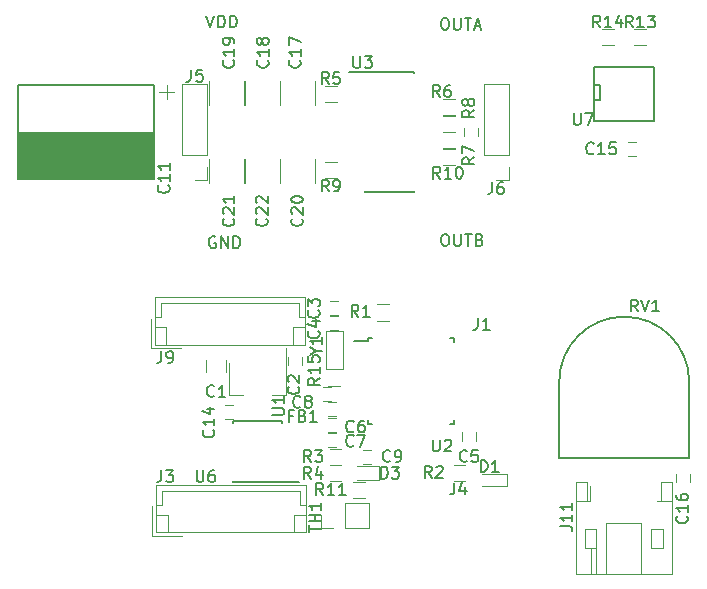
<source format=gto>
G04 #@! TF.GenerationSoftware,KiCad,Pcbnew,(5.1.9)-1*
G04 #@! TF.CreationDate,2021-05-05T15:37:49+09:00*
G04 #@! TF.ProjectId,FreeServoProject,46726565-5365-4727-966f-50726f6a6563,rev?*
G04 #@! TF.SameCoordinates,Original*
G04 #@! TF.FileFunction,Legend,Top*
G04 #@! TF.FilePolarity,Positive*
%FSLAX46Y46*%
G04 Gerber Fmt 4.6, Leading zero omitted, Abs format (unit mm)*
G04 Created by KiCad (PCBNEW (5.1.9)-1) date 2021-05-05 15:37:49*
%MOMM*%
%LPD*%
G01*
G04 APERTURE LIST*
%ADD10C,0.150000*%
%ADD11C,0.120000*%
%ADD12C,0.100000*%
G04 APERTURE END LIST*
D10*
X120138095Y-74900000D02*
X120042857Y-74852380D01*
X119900000Y-74852380D01*
X119757142Y-74900000D01*
X119661904Y-74995238D01*
X119614285Y-75090476D01*
X119566666Y-75280952D01*
X119566666Y-75423809D01*
X119614285Y-75614285D01*
X119661904Y-75709523D01*
X119757142Y-75804761D01*
X119900000Y-75852380D01*
X119995238Y-75852380D01*
X120138095Y-75804761D01*
X120185714Y-75757142D01*
X120185714Y-75423809D01*
X119995238Y-75423809D01*
X120614285Y-75852380D02*
X120614285Y-74852380D01*
X121185714Y-75852380D01*
X121185714Y-74852380D01*
X121661904Y-75852380D02*
X121661904Y-74852380D01*
X121900000Y-74852380D01*
X122042857Y-74900000D01*
X122138095Y-74995238D01*
X122185714Y-75090476D01*
X122233333Y-75280952D01*
X122233333Y-75423809D01*
X122185714Y-75614285D01*
X122138095Y-75709523D01*
X122042857Y-75804761D01*
X121900000Y-75852380D01*
X121661904Y-75852380D01*
X119366666Y-56152380D02*
X119700000Y-57152380D01*
X120033333Y-56152380D01*
X120366666Y-57152380D02*
X120366666Y-56152380D01*
X120604761Y-56152380D01*
X120747619Y-56200000D01*
X120842857Y-56295238D01*
X120890476Y-56390476D01*
X120938095Y-56580952D01*
X120938095Y-56723809D01*
X120890476Y-56914285D01*
X120842857Y-57009523D01*
X120747619Y-57104761D01*
X120604761Y-57152380D01*
X120366666Y-57152380D01*
X121366666Y-57152380D02*
X121366666Y-56152380D01*
X121604761Y-56152380D01*
X121747619Y-56200000D01*
X121842857Y-56295238D01*
X121890476Y-56390476D01*
X121938095Y-56580952D01*
X121938095Y-56723809D01*
X121890476Y-56914285D01*
X121842857Y-57009523D01*
X121747619Y-57104761D01*
X121604761Y-57152380D01*
X121366666Y-57152380D01*
X139500000Y-74652380D02*
X139690476Y-74652380D01*
X139785714Y-74700000D01*
X139880952Y-74795238D01*
X139928571Y-74985714D01*
X139928571Y-75319047D01*
X139880952Y-75509523D01*
X139785714Y-75604761D01*
X139690476Y-75652380D01*
X139500000Y-75652380D01*
X139404761Y-75604761D01*
X139309523Y-75509523D01*
X139261904Y-75319047D01*
X139261904Y-74985714D01*
X139309523Y-74795238D01*
X139404761Y-74700000D01*
X139500000Y-74652380D01*
X140357142Y-74652380D02*
X140357142Y-75461904D01*
X140404761Y-75557142D01*
X140452380Y-75604761D01*
X140547619Y-75652380D01*
X140738095Y-75652380D01*
X140833333Y-75604761D01*
X140880952Y-75557142D01*
X140928571Y-75461904D01*
X140928571Y-74652380D01*
X141261904Y-74652380D02*
X141833333Y-74652380D01*
X141547619Y-75652380D02*
X141547619Y-74652380D01*
X142500000Y-75128571D02*
X142642857Y-75176190D01*
X142690476Y-75223809D01*
X142738095Y-75319047D01*
X142738095Y-75461904D01*
X142690476Y-75557142D01*
X142642857Y-75604761D01*
X142547619Y-75652380D01*
X142166666Y-75652380D01*
X142166666Y-74652380D01*
X142500000Y-74652380D01*
X142595238Y-74700000D01*
X142642857Y-74747619D01*
X142690476Y-74842857D01*
X142690476Y-74938095D01*
X142642857Y-75033333D01*
X142595238Y-75080952D01*
X142500000Y-75128571D01*
X142166666Y-75128571D01*
X139471428Y-56352380D02*
X139661904Y-56352380D01*
X139757142Y-56400000D01*
X139852380Y-56495238D01*
X139900000Y-56685714D01*
X139900000Y-57019047D01*
X139852380Y-57209523D01*
X139757142Y-57304761D01*
X139661904Y-57352380D01*
X139471428Y-57352380D01*
X139376190Y-57304761D01*
X139280952Y-57209523D01*
X139233333Y-57019047D01*
X139233333Y-56685714D01*
X139280952Y-56495238D01*
X139376190Y-56400000D01*
X139471428Y-56352380D01*
X140328571Y-56352380D02*
X140328571Y-57161904D01*
X140376190Y-57257142D01*
X140423809Y-57304761D01*
X140519047Y-57352380D01*
X140709523Y-57352380D01*
X140804761Y-57304761D01*
X140852380Y-57257142D01*
X140900000Y-57161904D01*
X140900000Y-56352380D01*
X141233333Y-56352380D02*
X141804761Y-56352380D01*
X141519047Y-57352380D02*
X141519047Y-56352380D01*
X142090476Y-57066666D02*
X142566666Y-57066666D01*
X141995238Y-57352380D02*
X142328571Y-56352380D01*
X142661904Y-57352380D01*
D11*
X151840000Y-97240000D02*
X151560000Y-97240000D01*
X151560000Y-97240000D02*
X151560000Y-95640000D01*
X151560000Y-95640000D02*
X150640000Y-95640000D01*
X150640000Y-95640000D02*
X150640000Y-103460000D01*
X150640000Y-103460000D02*
X158760000Y-103460000D01*
X158760000Y-103460000D02*
X158760000Y-95640000D01*
X158760000Y-95640000D02*
X157840000Y-95640000D01*
X157840000Y-95640000D02*
X157840000Y-97240000D01*
X157840000Y-97240000D02*
X157560000Y-97240000D01*
X153200000Y-103460000D02*
X153200000Y-99100000D01*
X153200000Y-99100000D02*
X156200000Y-99100000D01*
X156200000Y-99100000D02*
X156200000Y-103460000D01*
X150640000Y-97240000D02*
X151560000Y-97240000D01*
X158760000Y-97240000D02*
X157840000Y-97240000D01*
X151400000Y-99600000D02*
X151400000Y-101200000D01*
X151400000Y-101200000D02*
X152400000Y-101200000D01*
X152400000Y-101200000D02*
X152400000Y-99600000D01*
X152400000Y-99600000D02*
X151400000Y-99600000D01*
X158000000Y-99600000D02*
X158000000Y-101200000D01*
X158000000Y-101200000D02*
X157000000Y-101200000D01*
X157000000Y-101200000D02*
X157000000Y-99600000D01*
X157000000Y-99600000D02*
X158000000Y-99600000D01*
X152400000Y-101200000D02*
X152400000Y-103460000D01*
X151900000Y-101200000D02*
X151900000Y-103460000D01*
X151840000Y-97240000D02*
X151840000Y-96025000D01*
X130900000Y-82900000D02*
X129500000Y-82900000D01*
X129500000Y-82900000D02*
X129500000Y-86100000D01*
X129500000Y-86100000D02*
X130900000Y-86100000D01*
X130900000Y-82900000D02*
X130900000Y-86100000D01*
X114990000Y-79990000D02*
X114990000Y-84010000D01*
X114990000Y-84010000D02*
X127710000Y-84010000D01*
X127710000Y-84010000D02*
X127710000Y-79990000D01*
X127710000Y-79990000D02*
X114990000Y-79990000D01*
X114990000Y-81700000D02*
X115490000Y-81700000D01*
X115490000Y-81700000D02*
X115490000Y-80490000D01*
X115490000Y-80490000D02*
X127210000Y-80490000D01*
X127210000Y-80490000D02*
X127210000Y-81700000D01*
X127210000Y-81700000D02*
X127710000Y-81700000D01*
X114990000Y-82510000D02*
X115990000Y-82510000D01*
X115990000Y-82510000D02*
X115990000Y-84010000D01*
X127710000Y-82510000D02*
X126710000Y-82510000D01*
X126710000Y-82510000D02*
X126710000Y-84010000D01*
X114690000Y-81810000D02*
X114690000Y-84310000D01*
X114690000Y-84310000D02*
X117190000Y-84310000D01*
X144960000Y-70060000D02*
X143900000Y-70060000D01*
X144960000Y-69000000D02*
X144960000Y-70060000D01*
X144960000Y-68000000D02*
X142840000Y-68000000D01*
X142840000Y-68000000D02*
X142840000Y-61940000D01*
X144960000Y-68000000D02*
X144960000Y-61940000D01*
X144960000Y-61940000D02*
X142840000Y-61940000D01*
X119460000Y-70060000D02*
X118400000Y-70060000D01*
X119460000Y-69000000D02*
X119460000Y-70060000D01*
X119460000Y-68000000D02*
X117340000Y-68000000D01*
X117340000Y-68000000D02*
X117340000Y-61940000D01*
X119460000Y-68000000D02*
X119460000Y-61940000D01*
X119460000Y-61940000D02*
X117340000Y-61940000D01*
X116000000Y-62050000D02*
X116000000Y-63250000D01*
X116650000Y-62650000D02*
X115350000Y-62650000D01*
D10*
X114900000Y-62000000D02*
X114900000Y-70000000D01*
X114900000Y-70000000D02*
X103400000Y-70000000D01*
X103400000Y-70000000D02*
X103400000Y-62000000D01*
X103400000Y-62000000D02*
X114900000Y-62000000D01*
D12*
G36*
X103400000Y-70000000D02*
G01*
X103400000Y-66000000D01*
X114900000Y-66000000D01*
X114900000Y-70000000D01*
X103400000Y-70000000D01*
G37*
X103400000Y-70000000D02*
X103400000Y-66000000D01*
X114900000Y-66000000D01*
X114900000Y-70000000D01*
X103400000Y-70000000D01*
D11*
X122620000Y-68300000D02*
X122620000Y-70300000D01*
X125580000Y-70300000D02*
X125580000Y-68300000D01*
X129040000Y-99560000D02*
X129040000Y-98500000D01*
X130100000Y-99560000D02*
X129040000Y-99560000D01*
X131100000Y-99560000D02*
X131100000Y-97440000D01*
X131100000Y-97440000D02*
X133160000Y-97440000D01*
X131100000Y-99560000D02*
X133160000Y-99560000D01*
X133160000Y-99560000D02*
X133160000Y-97440000D01*
X119350000Y-85300000D02*
X119350000Y-86300000D01*
X121050000Y-86300000D02*
X121050000Y-85300000D01*
X119620000Y-68300000D02*
X119620000Y-70300000D01*
X122580000Y-70300000D02*
X122580000Y-68300000D01*
X125620000Y-68300000D02*
X125620000Y-70300000D01*
X128580000Y-70300000D02*
X128580000Y-68300000D01*
X122580000Y-63700000D02*
X122580000Y-61700000D01*
X119620000Y-61700000D02*
X119620000Y-63700000D01*
X125580000Y-63700000D02*
X125580000Y-61700000D01*
X122620000Y-61700000D02*
X122620000Y-63700000D01*
X128580000Y-63700000D02*
X128580000Y-61700000D01*
X125620000Y-61700000D02*
X125620000Y-63700000D01*
X126300000Y-85750000D02*
X126300000Y-85050000D01*
X127500000Y-85050000D02*
X127500000Y-85750000D01*
X130550000Y-81500000D02*
X129850000Y-81500000D01*
X129850000Y-80300000D02*
X130550000Y-80300000D01*
X129850000Y-81600000D02*
X130550000Y-81600000D01*
X130550000Y-82800000D02*
X129850000Y-82800000D01*
X142200000Y-91450000D02*
X142200000Y-92150000D01*
X141000000Y-92150000D02*
X141000000Y-91450000D01*
X129650000Y-90200000D02*
X130350000Y-90200000D01*
X130350000Y-91400000D02*
X129650000Y-91400000D01*
X129650000Y-91500000D02*
X130350000Y-91500000D01*
X130350000Y-92700000D02*
X129650000Y-92700000D01*
X129950000Y-88800000D02*
X129250000Y-88800000D01*
X129250000Y-87600000D02*
X129950000Y-87600000D01*
X133350000Y-94100000D02*
X132650000Y-94100000D01*
X132650000Y-92900000D02*
X133350000Y-92900000D01*
X142400000Y-65650000D02*
X142400000Y-66350000D01*
X141200000Y-66350000D02*
X141200000Y-65650000D01*
X121650000Y-90300000D02*
X120950000Y-90300000D01*
X120950000Y-89100000D02*
X121650000Y-89100000D01*
X155050000Y-66850000D02*
X155750000Y-66850000D01*
X155750000Y-68050000D02*
X155050000Y-68050000D01*
X159100000Y-95650000D02*
X159100000Y-94950000D01*
X160300000Y-94950000D02*
X160300000Y-95650000D01*
X144800000Y-96000000D02*
X144800000Y-95000000D01*
X144800000Y-95000000D02*
X142700000Y-95000000D01*
X144800000Y-96000000D02*
X142700000Y-96000000D01*
X132100000Y-94300000D02*
X133950000Y-94300000D01*
X132100000Y-95500000D02*
X133950000Y-95500000D01*
X133950000Y-95500000D02*
X133950000Y-94300000D01*
X129650000Y-88900000D02*
X130350000Y-88900000D01*
X130350000Y-90100000D02*
X129650000Y-90100000D01*
X114790000Y-100210000D02*
X117290000Y-100210000D01*
X114790000Y-97710000D02*
X114790000Y-100210000D01*
X126810000Y-98410000D02*
X126810000Y-99910000D01*
X127810000Y-98410000D02*
X126810000Y-98410000D01*
X116090000Y-98410000D02*
X116090000Y-99910000D01*
X115090000Y-98410000D02*
X116090000Y-98410000D01*
X127310000Y-97600000D02*
X127810000Y-97600000D01*
X127310000Y-96390000D02*
X127310000Y-97600000D01*
X115590000Y-96390000D02*
X127310000Y-96390000D01*
X115590000Y-97600000D02*
X115590000Y-96390000D01*
X115090000Y-97600000D02*
X115590000Y-97600000D01*
X127810000Y-95890000D02*
X115090000Y-95890000D01*
X127810000Y-99910000D02*
X127810000Y-95890000D01*
X115090000Y-99910000D02*
X127810000Y-99910000D01*
X115090000Y-95890000D02*
X115090000Y-99910000D01*
X133800000Y-80620000D02*
X134800000Y-80620000D01*
X134800000Y-81980000D02*
X133800000Y-81980000D01*
X141300000Y-95530000D02*
X140300000Y-95530000D01*
X140300000Y-94170000D02*
X141300000Y-94170000D01*
X129800000Y-92820000D02*
X130800000Y-92820000D01*
X130800000Y-94180000D02*
X129800000Y-94180000D01*
X130800000Y-95580000D02*
X129800000Y-95580000D01*
X129800000Y-94220000D02*
X130800000Y-94220000D01*
X130400000Y-63480000D02*
X129400000Y-63480000D01*
X129400000Y-62120000D02*
X130400000Y-62120000D01*
X140400000Y-64580000D02*
X139400000Y-64580000D01*
X139400000Y-63220000D02*
X140400000Y-63220000D01*
X140400000Y-67380000D02*
X139400000Y-67380000D01*
X139400000Y-66020000D02*
X140400000Y-66020000D01*
X140400000Y-65980000D02*
X139400000Y-65980000D01*
X139400000Y-64620000D02*
X140400000Y-64620000D01*
X129400000Y-68520000D02*
X130400000Y-68520000D01*
X130400000Y-69880000D02*
X129400000Y-69880000D01*
X139400000Y-67420000D02*
X140400000Y-67420000D01*
X140400000Y-68780000D02*
X139400000Y-68780000D01*
X132800000Y-96980000D02*
X131800000Y-96980000D01*
X131800000Y-95620000D02*
X132800000Y-95620000D01*
X155600000Y-57320000D02*
X156600000Y-57320000D01*
X156600000Y-58680000D02*
X155600000Y-58680000D01*
X152850000Y-57320000D02*
X153850000Y-57320000D01*
X153850000Y-58680000D02*
X152850000Y-58680000D01*
D10*
X149250000Y-93650000D02*
X149250000Y-87150000D01*
X160250000Y-93650000D02*
X149250000Y-93650000D01*
X160250000Y-87150000D02*
X160250000Y-93650000D01*
X149250000Y-87150000D02*
G75*
G02*
X160250000Y-87150000I5500000J0D01*
G01*
D11*
X122500000Y-88280000D02*
X121300000Y-88280000D01*
X121300000Y-88280000D02*
X121300000Y-85580000D01*
X126100000Y-84280000D02*
X126100000Y-88280000D01*
X126100000Y-88280000D02*
X124900000Y-88280000D01*
D10*
X133075000Y-83475000D02*
X133075000Y-83700000D01*
X140325000Y-83475000D02*
X140325000Y-83775000D01*
X140325000Y-90725000D02*
X140325000Y-90425000D01*
X133075000Y-90725000D02*
X133075000Y-90425000D01*
X133075000Y-83475000D02*
X133375000Y-83475000D01*
X133075000Y-90725000D02*
X133375000Y-90725000D01*
X140325000Y-90725000D02*
X140025000Y-90725000D01*
X140325000Y-83475000D02*
X140025000Y-83475000D01*
X133075000Y-83700000D02*
X131850000Y-83700000D01*
X132825000Y-60925000D02*
X132825000Y-60950000D01*
X136975000Y-60925000D02*
X136975000Y-61030000D01*
X136975000Y-71075000D02*
X136975000Y-70970000D01*
X132825000Y-71075000D02*
X132825000Y-70970000D01*
X132825000Y-60925000D02*
X136975000Y-60925000D01*
X132825000Y-71075000D02*
X136975000Y-71075000D01*
X132825000Y-60950000D02*
X131450000Y-60950000D01*
X125775000Y-95675000D02*
X125775000Y-95625000D01*
X121625000Y-95675000D02*
X121625000Y-95530000D01*
X121625000Y-90525000D02*
X121625000Y-90670000D01*
X125775000Y-90525000D02*
X125775000Y-90670000D01*
X125775000Y-95675000D02*
X121625000Y-95675000D01*
X125775000Y-90525000D02*
X121625000Y-90525000D01*
X125775000Y-95625000D02*
X127175000Y-95625000D01*
X152210000Y-60514000D02*
X157290000Y-60514000D01*
X157290000Y-60514000D02*
X157290000Y-65086000D01*
X157290000Y-65086000D02*
X152210000Y-65086000D01*
X152210000Y-65086000D02*
X152210000Y-60514000D01*
X152210000Y-62038000D02*
X152718000Y-62038000D01*
X152718000Y-62038000D02*
X152718000Y-63308000D01*
X152718000Y-63308000D02*
X152210000Y-63308000D01*
D11*
X130700000Y-87480000D02*
X129700000Y-87480000D01*
X129700000Y-86120000D02*
X130700000Y-86120000D01*
D10*
X149352380Y-99409523D02*
X150066666Y-99409523D01*
X150209523Y-99457142D01*
X150304761Y-99552380D01*
X150352380Y-99695238D01*
X150352380Y-99790476D01*
X150352380Y-98409523D02*
X150352380Y-98980952D01*
X150352380Y-98695238D02*
X149352380Y-98695238D01*
X149495238Y-98790476D01*
X149590476Y-98885714D01*
X149638095Y-98980952D01*
X150352380Y-97457142D02*
X150352380Y-98028571D01*
X150352380Y-97742857D02*
X149352380Y-97742857D01*
X149495238Y-97838095D01*
X149590476Y-97933333D01*
X149638095Y-98028571D01*
X140366666Y-95702380D02*
X140366666Y-96416666D01*
X140319047Y-96559523D01*
X140223809Y-96654761D01*
X140080952Y-96702380D01*
X139985714Y-96702380D01*
X141271428Y-96035714D02*
X141271428Y-96702380D01*
X141033333Y-95654761D02*
X140795238Y-96369047D01*
X141414285Y-96369047D01*
X128676190Y-84576190D02*
X129152380Y-84576190D01*
X128152380Y-84909523D02*
X128676190Y-84576190D01*
X128152380Y-84242857D01*
X129152380Y-83385714D02*
X129152380Y-83957142D01*
X129152380Y-83671428D02*
X128152380Y-83671428D01*
X128295238Y-83766666D01*
X128390476Y-83861904D01*
X128438095Y-83957142D01*
X115566666Y-84552380D02*
X115566666Y-85266666D01*
X115519047Y-85409523D01*
X115423809Y-85504761D01*
X115280952Y-85552380D01*
X115185714Y-85552380D01*
X116090476Y-85552380D02*
X116280952Y-85552380D01*
X116376190Y-85504761D01*
X116423809Y-85457142D01*
X116519047Y-85314285D01*
X116566666Y-85123809D01*
X116566666Y-84742857D01*
X116519047Y-84647619D01*
X116471428Y-84600000D01*
X116376190Y-84552380D01*
X116185714Y-84552380D01*
X116090476Y-84600000D01*
X116042857Y-84647619D01*
X115995238Y-84742857D01*
X115995238Y-84980952D01*
X116042857Y-85076190D01*
X116090476Y-85123809D01*
X116185714Y-85171428D01*
X116376190Y-85171428D01*
X116471428Y-85123809D01*
X116519047Y-85076190D01*
X116566666Y-84980952D01*
X143566666Y-70252380D02*
X143566666Y-70966666D01*
X143519047Y-71109523D01*
X143423809Y-71204761D01*
X143280952Y-71252380D01*
X143185714Y-71252380D01*
X144471428Y-70252380D02*
X144280952Y-70252380D01*
X144185714Y-70300000D01*
X144138095Y-70347619D01*
X144042857Y-70490476D01*
X143995238Y-70680952D01*
X143995238Y-71061904D01*
X144042857Y-71157142D01*
X144090476Y-71204761D01*
X144185714Y-71252380D01*
X144376190Y-71252380D01*
X144471428Y-71204761D01*
X144519047Y-71157142D01*
X144566666Y-71061904D01*
X144566666Y-70823809D01*
X144519047Y-70728571D01*
X144471428Y-70680952D01*
X144376190Y-70633333D01*
X144185714Y-70633333D01*
X144090476Y-70680952D01*
X144042857Y-70728571D01*
X143995238Y-70823809D01*
X118066666Y-60752380D02*
X118066666Y-61466666D01*
X118019047Y-61609523D01*
X117923809Y-61704761D01*
X117780952Y-61752380D01*
X117685714Y-61752380D01*
X119019047Y-60752380D02*
X118542857Y-60752380D01*
X118495238Y-61228571D01*
X118542857Y-61180952D01*
X118638095Y-61133333D01*
X118876190Y-61133333D01*
X118971428Y-61180952D01*
X119019047Y-61228571D01*
X119066666Y-61323809D01*
X119066666Y-61561904D01*
X119019047Y-61657142D01*
X118971428Y-61704761D01*
X118876190Y-61752380D01*
X118638095Y-61752380D01*
X118542857Y-61704761D01*
X118495238Y-61657142D01*
X116157142Y-70542857D02*
X116204761Y-70590476D01*
X116252380Y-70733333D01*
X116252380Y-70828571D01*
X116204761Y-70971428D01*
X116109523Y-71066666D01*
X116014285Y-71114285D01*
X115823809Y-71161904D01*
X115680952Y-71161904D01*
X115490476Y-71114285D01*
X115395238Y-71066666D01*
X115300000Y-70971428D01*
X115252380Y-70828571D01*
X115252380Y-70733333D01*
X115300000Y-70590476D01*
X115347619Y-70542857D01*
X116252380Y-69590476D02*
X116252380Y-70161904D01*
X116252380Y-69876190D02*
X115252380Y-69876190D01*
X115395238Y-69971428D01*
X115490476Y-70066666D01*
X115538095Y-70161904D01*
X116252380Y-68638095D02*
X116252380Y-69209523D01*
X116252380Y-68923809D02*
X115252380Y-68923809D01*
X115395238Y-69019047D01*
X115490476Y-69114285D01*
X115538095Y-69209523D01*
X124457142Y-73342857D02*
X124504761Y-73390476D01*
X124552380Y-73533333D01*
X124552380Y-73628571D01*
X124504761Y-73771428D01*
X124409523Y-73866666D01*
X124314285Y-73914285D01*
X124123809Y-73961904D01*
X123980952Y-73961904D01*
X123790476Y-73914285D01*
X123695238Y-73866666D01*
X123600000Y-73771428D01*
X123552380Y-73628571D01*
X123552380Y-73533333D01*
X123600000Y-73390476D01*
X123647619Y-73342857D01*
X123647619Y-72961904D02*
X123600000Y-72914285D01*
X123552380Y-72819047D01*
X123552380Y-72580952D01*
X123600000Y-72485714D01*
X123647619Y-72438095D01*
X123742857Y-72390476D01*
X123838095Y-72390476D01*
X123980952Y-72438095D01*
X124552380Y-73009523D01*
X124552380Y-72390476D01*
X123647619Y-72009523D02*
X123600000Y-71961904D01*
X123552380Y-71866666D01*
X123552380Y-71628571D01*
X123600000Y-71533333D01*
X123647619Y-71485714D01*
X123742857Y-71438095D01*
X123838095Y-71438095D01*
X123980952Y-71485714D01*
X124552380Y-72057142D01*
X124552380Y-71438095D01*
X128052380Y-99885714D02*
X128052380Y-99314285D01*
X129052380Y-99600000D02*
X128052380Y-99600000D01*
X129052380Y-98980952D02*
X128052380Y-98980952D01*
X128528571Y-98980952D02*
X128528571Y-98409523D01*
X129052380Y-98409523D02*
X128052380Y-98409523D01*
X129052380Y-97409523D02*
X129052380Y-97980952D01*
X129052380Y-97695238D02*
X128052380Y-97695238D01*
X128195238Y-97790476D01*
X128290476Y-97885714D01*
X128338095Y-97980952D01*
X120033333Y-88357142D02*
X119985714Y-88404761D01*
X119842857Y-88452380D01*
X119747619Y-88452380D01*
X119604761Y-88404761D01*
X119509523Y-88309523D01*
X119461904Y-88214285D01*
X119414285Y-88023809D01*
X119414285Y-87880952D01*
X119461904Y-87690476D01*
X119509523Y-87595238D01*
X119604761Y-87500000D01*
X119747619Y-87452380D01*
X119842857Y-87452380D01*
X119985714Y-87500000D01*
X120033333Y-87547619D01*
X120985714Y-88452380D02*
X120414285Y-88452380D01*
X120700000Y-88452380D02*
X120700000Y-87452380D01*
X120604761Y-87595238D01*
X120509523Y-87690476D01*
X120414285Y-87738095D01*
X121657142Y-73342857D02*
X121704761Y-73390476D01*
X121752380Y-73533333D01*
X121752380Y-73628571D01*
X121704761Y-73771428D01*
X121609523Y-73866666D01*
X121514285Y-73914285D01*
X121323809Y-73961904D01*
X121180952Y-73961904D01*
X120990476Y-73914285D01*
X120895238Y-73866666D01*
X120800000Y-73771428D01*
X120752380Y-73628571D01*
X120752380Y-73533333D01*
X120800000Y-73390476D01*
X120847619Y-73342857D01*
X120847619Y-72961904D02*
X120800000Y-72914285D01*
X120752380Y-72819047D01*
X120752380Y-72580952D01*
X120800000Y-72485714D01*
X120847619Y-72438095D01*
X120942857Y-72390476D01*
X121038095Y-72390476D01*
X121180952Y-72438095D01*
X121752380Y-73009523D01*
X121752380Y-72390476D01*
X121752380Y-71438095D02*
X121752380Y-72009523D01*
X121752380Y-71723809D02*
X120752380Y-71723809D01*
X120895238Y-71819047D01*
X120990476Y-71914285D01*
X121038095Y-72009523D01*
X127457142Y-73342857D02*
X127504761Y-73390476D01*
X127552380Y-73533333D01*
X127552380Y-73628571D01*
X127504761Y-73771428D01*
X127409523Y-73866666D01*
X127314285Y-73914285D01*
X127123809Y-73961904D01*
X126980952Y-73961904D01*
X126790476Y-73914285D01*
X126695238Y-73866666D01*
X126600000Y-73771428D01*
X126552380Y-73628571D01*
X126552380Y-73533333D01*
X126600000Y-73390476D01*
X126647619Y-73342857D01*
X126647619Y-72961904D02*
X126600000Y-72914285D01*
X126552380Y-72819047D01*
X126552380Y-72580952D01*
X126600000Y-72485714D01*
X126647619Y-72438095D01*
X126742857Y-72390476D01*
X126838095Y-72390476D01*
X126980952Y-72438095D01*
X127552380Y-73009523D01*
X127552380Y-72390476D01*
X126552380Y-71771428D02*
X126552380Y-71676190D01*
X126600000Y-71580952D01*
X126647619Y-71533333D01*
X126742857Y-71485714D01*
X126933333Y-71438095D01*
X127171428Y-71438095D01*
X127361904Y-71485714D01*
X127457142Y-71533333D01*
X127504761Y-71580952D01*
X127552380Y-71676190D01*
X127552380Y-71771428D01*
X127504761Y-71866666D01*
X127457142Y-71914285D01*
X127361904Y-71961904D01*
X127171428Y-72009523D01*
X126933333Y-72009523D01*
X126742857Y-71961904D01*
X126647619Y-71914285D01*
X126600000Y-71866666D01*
X126552380Y-71771428D01*
X121657142Y-59942857D02*
X121704761Y-59990476D01*
X121752380Y-60133333D01*
X121752380Y-60228571D01*
X121704761Y-60371428D01*
X121609523Y-60466666D01*
X121514285Y-60514285D01*
X121323809Y-60561904D01*
X121180952Y-60561904D01*
X120990476Y-60514285D01*
X120895238Y-60466666D01*
X120800000Y-60371428D01*
X120752380Y-60228571D01*
X120752380Y-60133333D01*
X120800000Y-59990476D01*
X120847619Y-59942857D01*
X121752380Y-58990476D02*
X121752380Y-59561904D01*
X121752380Y-59276190D02*
X120752380Y-59276190D01*
X120895238Y-59371428D01*
X120990476Y-59466666D01*
X121038095Y-59561904D01*
X121752380Y-58514285D02*
X121752380Y-58323809D01*
X121704761Y-58228571D01*
X121657142Y-58180952D01*
X121514285Y-58085714D01*
X121323809Y-58038095D01*
X120942857Y-58038095D01*
X120847619Y-58085714D01*
X120800000Y-58133333D01*
X120752380Y-58228571D01*
X120752380Y-58419047D01*
X120800000Y-58514285D01*
X120847619Y-58561904D01*
X120942857Y-58609523D01*
X121180952Y-58609523D01*
X121276190Y-58561904D01*
X121323809Y-58514285D01*
X121371428Y-58419047D01*
X121371428Y-58228571D01*
X121323809Y-58133333D01*
X121276190Y-58085714D01*
X121180952Y-58038095D01*
X124557142Y-59942857D02*
X124604761Y-59990476D01*
X124652380Y-60133333D01*
X124652380Y-60228571D01*
X124604761Y-60371428D01*
X124509523Y-60466666D01*
X124414285Y-60514285D01*
X124223809Y-60561904D01*
X124080952Y-60561904D01*
X123890476Y-60514285D01*
X123795238Y-60466666D01*
X123700000Y-60371428D01*
X123652380Y-60228571D01*
X123652380Y-60133333D01*
X123700000Y-59990476D01*
X123747619Y-59942857D01*
X124652380Y-58990476D02*
X124652380Y-59561904D01*
X124652380Y-59276190D02*
X123652380Y-59276190D01*
X123795238Y-59371428D01*
X123890476Y-59466666D01*
X123938095Y-59561904D01*
X124080952Y-58419047D02*
X124033333Y-58514285D01*
X123985714Y-58561904D01*
X123890476Y-58609523D01*
X123842857Y-58609523D01*
X123747619Y-58561904D01*
X123700000Y-58514285D01*
X123652380Y-58419047D01*
X123652380Y-58228571D01*
X123700000Y-58133333D01*
X123747619Y-58085714D01*
X123842857Y-58038095D01*
X123890476Y-58038095D01*
X123985714Y-58085714D01*
X124033333Y-58133333D01*
X124080952Y-58228571D01*
X124080952Y-58419047D01*
X124128571Y-58514285D01*
X124176190Y-58561904D01*
X124271428Y-58609523D01*
X124461904Y-58609523D01*
X124557142Y-58561904D01*
X124604761Y-58514285D01*
X124652380Y-58419047D01*
X124652380Y-58228571D01*
X124604761Y-58133333D01*
X124557142Y-58085714D01*
X124461904Y-58038095D01*
X124271428Y-58038095D01*
X124176190Y-58085714D01*
X124128571Y-58133333D01*
X124080952Y-58228571D01*
X127257142Y-59942857D02*
X127304761Y-59990476D01*
X127352380Y-60133333D01*
X127352380Y-60228571D01*
X127304761Y-60371428D01*
X127209523Y-60466666D01*
X127114285Y-60514285D01*
X126923809Y-60561904D01*
X126780952Y-60561904D01*
X126590476Y-60514285D01*
X126495238Y-60466666D01*
X126400000Y-60371428D01*
X126352380Y-60228571D01*
X126352380Y-60133333D01*
X126400000Y-59990476D01*
X126447619Y-59942857D01*
X127352380Y-58990476D02*
X127352380Y-59561904D01*
X127352380Y-59276190D02*
X126352380Y-59276190D01*
X126495238Y-59371428D01*
X126590476Y-59466666D01*
X126638095Y-59561904D01*
X126352380Y-58657142D02*
X126352380Y-57990476D01*
X127352380Y-58419047D01*
X127157142Y-87566666D02*
X127204761Y-87614285D01*
X127252380Y-87757142D01*
X127252380Y-87852380D01*
X127204761Y-87995238D01*
X127109523Y-88090476D01*
X127014285Y-88138095D01*
X126823809Y-88185714D01*
X126680952Y-88185714D01*
X126490476Y-88138095D01*
X126395238Y-88090476D01*
X126300000Y-87995238D01*
X126252380Y-87852380D01*
X126252380Y-87757142D01*
X126300000Y-87614285D01*
X126347619Y-87566666D01*
X126347619Y-87185714D02*
X126300000Y-87138095D01*
X126252380Y-87042857D01*
X126252380Y-86804761D01*
X126300000Y-86709523D01*
X126347619Y-86661904D01*
X126442857Y-86614285D01*
X126538095Y-86614285D01*
X126680952Y-86661904D01*
X127252380Y-87233333D01*
X127252380Y-86614285D01*
X128857142Y-81116666D02*
X128904761Y-81164285D01*
X128952380Y-81307142D01*
X128952380Y-81402380D01*
X128904761Y-81545238D01*
X128809523Y-81640476D01*
X128714285Y-81688095D01*
X128523809Y-81735714D01*
X128380952Y-81735714D01*
X128190476Y-81688095D01*
X128095238Y-81640476D01*
X128000000Y-81545238D01*
X127952380Y-81402380D01*
X127952380Y-81307142D01*
X128000000Y-81164285D01*
X128047619Y-81116666D01*
X127952380Y-80783333D02*
X127952380Y-80164285D01*
X128333333Y-80497619D01*
X128333333Y-80354761D01*
X128380952Y-80259523D01*
X128428571Y-80211904D01*
X128523809Y-80164285D01*
X128761904Y-80164285D01*
X128857142Y-80211904D01*
X128904761Y-80259523D01*
X128952380Y-80354761D01*
X128952380Y-80640476D01*
X128904761Y-80735714D01*
X128857142Y-80783333D01*
X128857142Y-82866666D02*
X128904761Y-82914285D01*
X128952380Y-83057142D01*
X128952380Y-83152380D01*
X128904761Y-83295238D01*
X128809523Y-83390476D01*
X128714285Y-83438095D01*
X128523809Y-83485714D01*
X128380952Y-83485714D01*
X128190476Y-83438095D01*
X128095238Y-83390476D01*
X128000000Y-83295238D01*
X127952380Y-83152380D01*
X127952380Y-83057142D01*
X128000000Y-82914285D01*
X128047619Y-82866666D01*
X128285714Y-82009523D02*
X128952380Y-82009523D01*
X127904761Y-82247619D02*
X128619047Y-82485714D01*
X128619047Y-81866666D01*
X141433333Y-93857142D02*
X141385714Y-93904761D01*
X141242857Y-93952380D01*
X141147619Y-93952380D01*
X141004761Y-93904761D01*
X140909523Y-93809523D01*
X140861904Y-93714285D01*
X140814285Y-93523809D01*
X140814285Y-93380952D01*
X140861904Y-93190476D01*
X140909523Y-93095238D01*
X141004761Y-93000000D01*
X141147619Y-92952380D01*
X141242857Y-92952380D01*
X141385714Y-93000000D01*
X141433333Y-93047619D01*
X142338095Y-92952380D02*
X141861904Y-92952380D01*
X141814285Y-93428571D01*
X141861904Y-93380952D01*
X141957142Y-93333333D01*
X142195238Y-93333333D01*
X142290476Y-93380952D01*
X142338095Y-93428571D01*
X142385714Y-93523809D01*
X142385714Y-93761904D01*
X142338095Y-93857142D01*
X142290476Y-93904761D01*
X142195238Y-93952380D01*
X141957142Y-93952380D01*
X141861904Y-93904761D01*
X141814285Y-93857142D01*
X131833333Y-91357142D02*
X131785714Y-91404761D01*
X131642857Y-91452380D01*
X131547619Y-91452380D01*
X131404761Y-91404761D01*
X131309523Y-91309523D01*
X131261904Y-91214285D01*
X131214285Y-91023809D01*
X131214285Y-90880952D01*
X131261904Y-90690476D01*
X131309523Y-90595238D01*
X131404761Y-90500000D01*
X131547619Y-90452380D01*
X131642857Y-90452380D01*
X131785714Y-90500000D01*
X131833333Y-90547619D01*
X132690476Y-90452380D02*
X132500000Y-90452380D01*
X132404761Y-90500000D01*
X132357142Y-90547619D01*
X132261904Y-90690476D01*
X132214285Y-90880952D01*
X132214285Y-91261904D01*
X132261904Y-91357142D01*
X132309523Y-91404761D01*
X132404761Y-91452380D01*
X132595238Y-91452380D01*
X132690476Y-91404761D01*
X132738095Y-91357142D01*
X132785714Y-91261904D01*
X132785714Y-91023809D01*
X132738095Y-90928571D01*
X132690476Y-90880952D01*
X132595238Y-90833333D01*
X132404761Y-90833333D01*
X132309523Y-90880952D01*
X132261904Y-90928571D01*
X132214285Y-91023809D01*
X131833333Y-92557142D02*
X131785714Y-92604761D01*
X131642857Y-92652380D01*
X131547619Y-92652380D01*
X131404761Y-92604761D01*
X131309523Y-92509523D01*
X131261904Y-92414285D01*
X131214285Y-92223809D01*
X131214285Y-92080952D01*
X131261904Y-91890476D01*
X131309523Y-91795238D01*
X131404761Y-91700000D01*
X131547619Y-91652380D01*
X131642857Y-91652380D01*
X131785714Y-91700000D01*
X131833333Y-91747619D01*
X132166666Y-91652380D02*
X132833333Y-91652380D01*
X132404761Y-92652380D01*
X127333333Y-89257142D02*
X127285714Y-89304761D01*
X127142857Y-89352380D01*
X127047619Y-89352380D01*
X126904761Y-89304761D01*
X126809523Y-89209523D01*
X126761904Y-89114285D01*
X126714285Y-88923809D01*
X126714285Y-88780952D01*
X126761904Y-88590476D01*
X126809523Y-88495238D01*
X126904761Y-88400000D01*
X127047619Y-88352380D01*
X127142857Y-88352380D01*
X127285714Y-88400000D01*
X127333333Y-88447619D01*
X127904761Y-88780952D02*
X127809523Y-88733333D01*
X127761904Y-88685714D01*
X127714285Y-88590476D01*
X127714285Y-88542857D01*
X127761904Y-88447619D01*
X127809523Y-88400000D01*
X127904761Y-88352380D01*
X128095238Y-88352380D01*
X128190476Y-88400000D01*
X128238095Y-88447619D01*
X128285714Y-88542857D01*
X128285714Y-88590476D01*
X128238095Y-88685714D01*
X128190476Y-88733333D01*
X128095238Y-88780952D01*
X127904761Y-88780952D01*
X127809523Y-88828571D01*
X127761904Y-88876190D01*
X127714285Y-88971428D01*
X127714285Y-89161904D01*
X127761904Y-89257142D01*
X127809523Y-89304761D01*
X127904761Y-89352380D01*
X128095238Y-89352380D01*
X128190476Y-89304761D01*
X128238095Y-89257142D01*
X128285714Y-89161904D01*
X128285714Y-88971428D01*
X128238095Y-88876190D01*
X128190476Y-88828571D01*
X128095238Y-88780952D01*
X134933333Y-93857142D02*
X134885714Y-93904761D01*
X134742857Y-93952380D01*
X134647619Y-93952380D01*
X134504761Y-93904761D01*
X134409523Y-93809523D01*
X134361904Y-93714285D01*
X134314285Y-93523809D01*
X134314285Y-93380952D01*
X134361904Y-93190476D01*
X134409523Y-93095238D01*
X134504761Y-93000000D01*
X134647619Y-92952380D01*
X134742857Y-92952380D01*
X134885714Y-93000000D01*
X134933333Y-93047619D01*
X135409523Y-93952380D02*
X135600000Y-93952380D01*
X135695238Y-93904761D01*
X135742857Y-93857142D01*
X135838095Y-93714285D01*
X135885714Y-93523809D01*
X135885714Y-93142857D01*
X135838095Y-93047619D01*
X135790476Y-93000000D01*
X135695238Y-92952380D01*
X135504761Y-92952380D01*
X135409523Y-93000000D01*
X135361904Y-93047619D01*
X135314285Y-93142857D01*
X135314285Y-93380952D01*
X135361904Y-93476190D01*
X135409523Y-93523809D01*
X135504761Y-93571428D01*
X135695238Y-93571428D01*
X135790476Y-93523809D01*
X135838095Y-93476190D01*
X135885714Y-93380952D01*
X119957142Y-91242857D02*
X120004761Y-91290476D01*
X120052380Y-91433333D01*
X120052380Y-91528571D01*
X120004761Y-91671428D01*
X119909523Y-91766666D01*
X119814285Y-91814285D01*
X119623809Y-91861904D01*
X119480952Y-91861904D01*
X119290476Y-91814285D01*
X119195238Y-91766666D01*
X119100000Y-91671428D01*
X119052380Y-91528571D01*
X119052380Y-91433333D01*
X119100000Y-91290476D01*
X119147619Y-91242857D01*
X120052380Y-90290476D02*
X120052380Y-90861904D01*
X120052380Y-90576190D02*
X119052380Y-90576190D01*
X119195238Y-90671428D01*
X119290476Y-90766666D01*
X119338095Y-90861904D01*
X119385714Y-89433333D02*
X120052380Y-89433333D01*
X119004761Y-89671428D02*
X119719047Y-89909523D01*
X119719047Y-89290476D01*
X152157142Y-67807142D02*
X152109523Y-67854761D01*
X151966666Y-67902380D01*
X151871428Y-67902380D01*
X151728571Y-67854761D01*
X151633333Y-67759523D01*
X151585714Y-67664285D01*
X151538095Y-67473809D01*
X151538095Y-67330952D01*
X151585714Y-67140476D01*
X151633333Y-67045238D01*
X151728571Y-66950000D01*
X151871428Y-66902380D01*
X151966666Y-66902380D01*
X152109523Y-66950000D01*
X152157142Y-66997619D01*
X153109523Y-67902380D02*
X152538095Y-67902380D01*
X152823809Y-67902380D02*
X152823809Y-66902380D01*
X152728571Y-67045238D01*
X152633333Y-67140476D01*
X152538095Y-67188095D01*
X154014285Y-66902380D02*
X153538095Y-66902380D01*
X153490476Y-67378571D01*
X153538095Y-67330952D01*
X153633333Y-67283333D01*
X153871428Y-67283333D01*
X153966666Y-67330952D01*
X154014285Y-67378571D01*
X154061904Y-67473809D01*
X154061904Y-67711904D01*
X154014285Y-67807142D01*
X153966666Y-67854761D01*
X153871428Y-67902380D01*
X153633333Y-67902380D01*
X153538095Y-67854761D01*
X153490476Y-67807142D01*
X160057142Y-98542857D02*
X160104761Y-98590476D01*
X160152380Y-98733333D01*
X160152380Y-98828571D01*
X160104761Y-98971428D01*
X160009523Y-99066666D01*
X159914285Y-99114285D01*
X159723809Y-99161904D01*
X159580952Y-99161904D01*
X159390476Y-99114285D01*
X159295238Y-99066666D01*
X159200000Y-98971428D01*
X159152380Y-98828571D01*
X159152380Y-98733333D01*
X159200000Y-98590476D01*
X159247619Y-98542857D01*
X160152380Y-97590476D02*
X160152380Y-98161904D01*
X160152380Y-97876190D02*
X159152380Y-97876190D01*
X159295238Y-97971428D01*
X159390476Y-98066666D01*
X159438095Y-98161904D01*
X159152380Y-96733333D02*
X159152380Y-96923809D01*
X159200000Y-97019047D01*
X159247619Y-97066666D01*
X159390476Y-97161904D01*
X159580952Y-97209523D01*
X159961904Y-97209523D01*
X160057142Y-97161904D01*
X160104761Y-97114285D01*
X160152380Y-97019047D01*
X160152380Y-96828571D01*
X160104761Y-96733333D01*
X160057142Y-96685714D01*
X159961904Y-96638095D01*
X159723809Y-96638095D01*
X159628571Y-96685714D01*
X159580952Y-96733333D01*
X159533333Y-96828571D01*
X159533333Y-97019047D01*
X159580952Y-97114285D01*
X159628571Y-97161904D01*
X159723809Y-97209523D01*
X142611904Y-94802380D02*
X142611904Y-93802380D01*
X142850000Y-93802380D01*
X142992857Y-93850000D01*
X143088095Y-93945238D01*
X143135714Y-94040476D01*
X143183333Y-94230952D01*
X143183333Y-94373809D01*
X143135714Y-94564285D01*
X143088095Y-94659523D01*
X142992857Y-94754761D01*
X142850000Y-94802380D01*
X142611904Y-94802380D01*
X144135714Y-94802380D02*
X143564285Y-94802380D01*
X143850000Y-94802380D02*
X143850000Y-93802380D01*
X143754761Y-93945238D01*
X143659523Y-94040476D01*
X143564285Y-94088095D01*
X134161904Y-95352380D02*
X134161904Y-94352380D01*
X134400000Y-94352380D01*
X134542857Y-94400000D01*
X134638095Y-94495238D01*
X134685714Y-94590476D01*
X134733333Y-94780952D01*
X134733333Y-94923809D01*
X134685714Y-95114285D01*
X134638095Y-95209523D01*
X134542857Y-95304761D01*
X134400000Y-95352380D01*
X134161904Y-95352380D01*
X135066666Y-94352380D02*
X135685714Y-94352380D01*
X135352380Y-94733333D01*
X135495238Y-94733333D01*
X135590476Y-94780952D01*
X135638095Y-94828571D01*
X135685714Y-94923809D01*
X135685714Y-95161904D01*
X135638095Y-95257142D01*
X135590476Y-95304761D01*
X135495238Y-95352380D01*
X135209523Y-95352380D01*
X135114285Y-95304761D01*
X135066666Y-95257142D01*
X126666666Y-90028571D02*
X126333333Y-90028571D01*
X126333333Y-90552380D02*
X126333333Y-89552380D01*
X126809523Y-89552380D01*
X127523809Y-90028571D02*
X127666666Y-90076190D01*
X127714285Y-90123809D01*
X127761904Y-90219047D01*
X127761904Y-90361904D01*
X127714285Y-90457142D01*
X127666666Y-90504761D01*
X127571428Y-90552380D01*
X127190476Y-90552380D01*
X127190476Y-89552380D01*
X127523809Y-89552380D01*
X127619047Y-89600000D01*
X127666666Y-89647619D01*
X127714285Y-89742857D01*
X127714285Y-89838095D01*
X127666666Y-89933333D01*
X127619047Y-89980952D01*
X127523809Y-90028571D01*
X127190476Y-90028571D01*
X128714285Y-90552380D02*
X128142857Y-90552380D01*
X128428571Y-90552380D02*
X128428571Y-89552380D01*
X128333333Y-89695238D01*
X128238095Y-89790476D01*
X128142857Y-89838095D01*
X142366666Y-81752380D02*
X142366666Y-82466666D01*
X142319047Y-82609523D01*
X142223809Y-82704761D01*
X142080952Y-82752380D01*
X141985714Y-82752380D01*
X143366666Y-82752380D02*
X142795238Y-82752380D01*
X143080952Y-82752380D02*
X143080952Y-81752380D01*
X142985714Y-81895238D01*
X142890476Y-81990476D01*
X142795238Y-82038095D01*
X115566666Y-94652380D02*
X115566666Y-95366666D01*
X115519047Y-95509523D01*
X115423809Y-95604761D01*
X115280952Y-95652380D01*
X115185714Y-95652380D01*
X115947619Y-94652380D02*
X116566666Y-94652380D01*
X116233333Y-95033333D01*
X116376190Y-95033333D01*
X116471428Y-95080952D01*
X116519047Y-95128571D01*
X116566666Y-95223809D01*
X116566666Y-95461904D01*
X116519047Y-95557142D01*
X116471428Y-95604761D01*
X116376190Y-95652380D01*
X116090476Y-95652380D01*
X115995238Y-95604761D01*
X115947619Y-95557142D01*
X132233333Y-81652380D02*
X131900000Y-81176190D01*
X131661904Y-81652380D02*
X131661904Y-80652380D01*
X132042857Y-80652380D01*
X132138095Y-80700000D01*
X132185714Y-80747619D01*
X132233333Y-80842857D01*
X132233333Y-80985714D01*
X132185714Y-81080952D01*
X132138095Y-81128571D01*
X132042857Y-81176190D01*
X131661904Y-81176190D01*
X133185714Y-81652380D02*
X132614285Y-81652380D01*
X132900000Y-81652380D02*
X132900000Y-80652380D01*
X132804761Y-80795238D01*
X132709523Y-80890476D01*
X132614285Y-80938095D01*
X138433333Y-95302380D02*
X138100000Y-94826190D01*
X137861904Y-95302380D02*
X137861904Y-94302380D01*
X138242857Y-94302380D01*
X138338095Y-94350000D01*
X138385714Y-94397619D01*
X138433333Y-94492857D01*
X138433333Y-94635714D01*
X138385714Y-94730952D01*
X138338095Y-94778571D01*
X138242857Y-94826190D01*
X137861904Y-94826190D01*
X138814285Y-94397619D02*
X138861904Y-94350000D01*
X138957142Y-94302380D01*
X139195238Y-94302380D01*
X139290476Y-94350000D01*
X139338095Y-94397619D01*
X139385714Y-94492857D01*
X139385714Y-94588095D01*
X139338095Y-94730952D01*
X138766666Y-95302380D01*
X139385714Y-95302380D01*
X128233333Y-93952380D02*
X127900000Y-93476190D01*
X127661904Y-93952380D02*
X127661904Y-92952380D01*
X128042857Y-92952380D01*
X128138095Y-93000000D01*
X128185714Y-93047619D01*
X128233333Y-93142857D01*
X128233333Y-93285714D01*
X128185714Y-93380952D01*
X128138095Y-93428571D01*
X128042857Y-93476190D01*
X127661904Y-93476190D01*
X128566666Y-92952380D02*
X129185714Y-92952380D01*
X128852380Y-93333333D01*
X128995238Y-93333333D01*
X129090476Y-93380952D01*
X129138095Y-93428571D01*
X129185714Y-93523809D01*
X129185714Y-93761904D01*
X129138095Y-93857142D01*
X129090476Y-93904761D01*
X128995238Y-93952380D01*
X128709523Y-93952380D01*
X128614285Y-93904761D01*
X128566666Y-93857142D01*
X128233333Y-95352380D02*
X127900000Y-94876190D01*
X127661904Y-95352380D02*
X127661904Y-94352380D01*
X128042857Y-94352380D01*
X128138095Y-94400000D01*
X128185714Y-94447619D01*
X128233333Y-94542857D01*
X128233333Y-94685714D01*
X128185714Y-94780952D01*
X128138095Y-94828571D01*
X128042857Y-94876190D01*
X127661904Y-94876190D01*
X129090476Y-94685714D02*
X129090476Y-95352380D01*
X128852380Y-94304761D02*
X128614285Y-95019047D01*
X129233333Y-95019047D01*
X129733333Y-61952380D02*
X129400000Y-61476190D01*
X129161904Y-61952380D02*
X129161904Y-60952380D01*
X129542857Y-60952380D01*
X129638095Y-61000000D01*
X129685714Y-61047619D01*
X129733333Y-61142857D01*
X129733333Y-61285714D01*
X129685714Y-61380952D01*
X129638095Y-61428571D01*
X129542857Y-61476190D01*
X129161904Y-61476190D01*
X130638095Y-60952380D02*
X130161904Y-60952380D01*
X130114285Y-61428571D01*
X130161904Y-61380952D01*
X130257142Y-61333333D01*
X130495238Y-61333333D01*
X130590476Y-61380952D01*
X130638095Y-61428571D01*
X130685714Y-61523809D01*
X130685714Y-61761904D01*
X130638095Y-61857142D01*
X130590476Y-61904761D01*
X130495238Y-61952380D01*
X130257142Y-61952380D01*
X130161904Y-61904761D01*
X130114285Y-61857142D01*
X139133333Y-63052380D02*
X138800000Y-62576190D01*
X138561904Y-63052380D02*
X138561904Y-62052380D01*
X138942857Y-62052380D01*
X139038095Y-62100000D01*
X139085714Y-62147619D01*
X139133333Y-62242857D01*
X139133333Y-62385714D01*
X139085714Y-62480952D01*
X139038095Y-62528571D01*
X138942857Y-62576190D01*
X138561904Y-62576190D01*
X139990476Y-62052380D02*
X139800000Y-62052380D01*
X139704761Y-62100000D01*
X139657142Y-62147619D01*
X139561904Y-62290476D01*
X139514285Y-62480952D01*
X139514285Y-62861904D01*
X139561904Y-62957142D01*
X139609523Y-63004761D01*
X139704761Y-63052380D01*
X139895238Y-63052380D01*
X139990476Y-63004761D01*
X140038095Y-62957142D01*
X140085714Y-62861904D01*
X140085714Y-62623809D01*
X140038095Y-62528571D01*
X139990476Y-62480952D01*
X139895238Y-62433333D01*
X139704761Y-62433333D01*
X139609523Y-62480952D01*
X139561904Y-62528571D01*
X139514285Y-62623809D01*
X142052380Y-68166666D02*
X141576190Y-68500000D01*
X142052380Y-68738095D02*
X141052380Y-68738095D01*
X141052380Y-68357142D01*
X141100000Y-68261904D01*
X141147619Y-68214285D01*
X141242857Y-68166666D01*
X141385714Y-68166666D01*
X141480952Y-68214285D01*
X141528571Y-68261904D01*
X141576190Y-68357142D01*
X141576190Y-68738095D01*
X141052380Y-67833333D02*
X141052380Y-67166666D01*
X142052380Y-67595238D01*
X142052380Y-64166666D02*
X141576190Y-64500000D01*
X142052380Y-64738095D02*
X141052380Y-64738095D01*
X141052380Y-64357142D01*
X141100000Y-64261904D01*
X141147619Y-64214285D01*
X141242857Y-64166666D01*
X141385714Y-64166666D01*
X141480952Y-64214285D01*
X141528571Y-64261904D01*
X141576190Y-64357142D01*
X141576190Y-64738095D01*
X141480952Y-63595238D02*
X141433333Y-63690476D01*
X141385714Y-63738095D01*
X141290476Y-63785714D01*
X141242857Y-63785714D01*
X141147619Y-63738095D01*
X141100000Y-63690476D01*
X141052380Y-63595238D01*
X141052380Y-63404761D01*
X141100000Y-63309523D01*
X141147619Y-63261904D01*
X141242857Y-63214285D01*
X141290476Y-63214285D01*
X141385714Y-63261904D01*
X141433333Y-63309523D01*
X141480952Y-63404761D01*
X141480952Y-63595238D01*
X141528571Y-63690476D01*
X141576190Y-63738095D01*
X141671428Y-63785714D01*
X141861904Y-63785714D01*
X141957142Y-63738095D01*
X142004761Y-63690476D01*
X142052380Y-63595238D01*
X142052380Y-63404761D01*
X142004761Y-63309523D01*
X141957142Y-63261904D01*
X141861904Y-63214285D01*
X141671428Y-63214285D01*
X141576190Y-63261904D01*
X141528571Y-63309523D01*
X141480952Y-63404761D01*
X129733333Y-71052380D02*
X129400000Y-70576190D01*
X129161904Y-71052380D02*
X129161904Y-70052380D01*
X129542857Y-70052380D01*
X129638095Y-70100000D01*
X129685714Y-70147619D01*
X129733333Y-70242857D01*
X129733333Y-70385714D01*
X129685714Y-70480952D01*
X129638095Y-70528571D01*
X129542857Y-70576190D01*
X129161904Y-70576190D01*
X130209523Y-71052380D02*
X130400000Y-71052380D01*
X130495238Y-71004761D01*
X130542857Y-70957142D01*
X130638095Y-70814285D01*
X130685714Y-70623809D01*
X130685714Y-70242857D01*
X130638095Y-70147619D01*
X130590476Y-70100000D01*
X130495238Y-70052380D01*
X130304761Y-70052380D01*
X130209523Y-70100000D01*
X130161904Y-70147619D01*
X130114285Y-70242857D01*
X130114285Y-70480952D01*
X130161904Y-70576190D01*
X130209523Y-70623809D01*
X130304761Y-70671428D01*
X130495238Y-70671428D01*
X130590476Y-70623809D01*
X130638095Y-70576190D01*
X130685714Y-70480952D01*
X139157142Y-69952380D02*
X138823809Y-69476190D01*
X138585714Y-69952380D02*
X138585714Y-68952380D01*
X138966666Y-68952380D01*
X139061904Y-69000000D01*
X139109523Y-69047619D01*
X139157142Y-69142857D01*
X139157142Y-69285714D01*
X139109523Y-69380952D01*
X139061904Y-69428571D01*
X138966666Y-69476190D01*
X138585714Y-69476190D01*
X140109523Y-69952380D02*
X139538095Y-69952380D01*
X139823809Y-69952380D02*
X139823809Y-68952380D01*
X139728571Y-69095238D01*
X139633333Y-69190476D01*
X139538095Y-69238095D01*
X140728571Y-68952380D02*
X140823809Y-68952380D01*
X140919047Y-69000000D01*
X140966666Y-69047619D01*
X141014285Y-69142857D01*
X141061904Y-69333333D01*
X141061904Y-69571428D01*
X141014285Y-69761904D01*
X140966666Y-69857142D01*
X140919047Y-69904761D01*
X140823809Y-69952380D01*
X140728571Y-69952380D01*
X140633333Y-69904761D01*
X140585714Y-69857142D01*
X140538095Y-69761904D01*
X140490476Y-69571428D01*
X140490476Y-69333333D01*
X140538095Y-69142857D01*
X140585714Y-69047619D01*
X140633333Y-69000000D01*
X140728571Y-68952380D01*
X129257142Y-96752380D02*
X128923809Y-96276190D01*
X128685714Y-96752380D02*
X128685714Y-95752380D01*
X129066666Y-95752380D01*
X129161904Y-95800000D01*
X129209523Y-95847619D01*
X129257142Y-95942857D01*
X129257142Y-96085714D01*
X129209523Y-96180952D01*
X129161904Y-96228571D01*
X129066666Y-96276190D01*
X128685714Y-96276190D01*
X130209523Y-96752380D02*
X129638095Y-96752380D01*
X129923809Y-96752380D02*
X129923809Y-95752380D01*
X129828571Y-95895238D01*
X129733333Y-95990476D01*
X129638095Y-96038095D01*
X131161904Y-96752380D02*
X130590476Y-96752380D01*
X130876190Y-96752380D02*
X130876190Y-95752380D01*
X130780952Y-95895238D01*
X130685714Y-95990476D01*
X130590476Y-96038095D01*
X155457142Y-57152380D02*
X155123809Y-56676190D01*
X154885714Y-57152380D02*
X154885714Y-56152380D01*
X155266666Y-56152380D01*
X155361904Y-56200000D01*
X155409523Y-56247619D01*
X155457142Y-56342857D01*
X155457142Y-56485714D01*
X155409523Y-56580952D01*
X155361904Y-56628571D01*
X155266666Y-56676190D01*
X154885714Y-56676190D01*
X156409523Y-57152380D02*
X155838095Y-57152380D01*
X156123809Y-57152380D02*
X156123809Y-56152380D01*
X156028571Y-56295238D01*
X155933333Y-56390476D01*
X155838095Y-56438095D01*
X156742857Y-56152380D02*
X157361904Y-56152380D01*
X157028571Y-56533333D01*
X157171428Y-56533333D01*
X157266666Y-56580952D01*
X157314285Y-56628571D01*
X157361904Y-56723809D01*
X157361904Y-56961904D01*
X157314285Y-57057142D01*
X157266666Y-57104761D01*
X157171428Y-57152380D01*
X156885714Y-57152380D01*
X156790476Y-57104761D01*
X156742857Y-57057142D01*
X152707142Y-57152380D02*
X152373809Y-56676190D01*
X152135714Y-57152380D02*
X152135714Y-56152380D01*
X152516666Y-56152380D01*
X152611904Y-56200000D01*
X152659523Y-56247619D01*
X152707142Y-56342857D01*
X152707142Y-56485714D01*
X152659523Y-56580952D01*
X152611904Y-56628571D01*
X152516666Y-56676190D01*
X152135714Y-56676190D01*
X153659523Y-57152380D02*
X153088095Y-57152380D01*
X153373809Y-57152380D02*
X153373809Y-56152380D01*
X153278571Y-56295238D01*
X153183333Y-56390476D01*
X153088095Y-56438095D01*
X154516666Y-56485714D02*
X154516666Y-57152380D01*
X154278571Y-56104761D02*
X154040476Y-56819047D01*
X154659523Y-56819047D01*
X155904761Y-81202380D02*
X155571428Y-80726190D01*
X155333333Y-81202380D02*
X155333333Y-80202380D01*
X155714285Y-80202380D01*
X155809523Y-80250000D01*
X155857142Y-80297619D01*
X155904761Y-80392857D01*
X155904761Y-80535714D01*
X155857142Y-80630952D01*
X155809523Y-80678571D01*
X155714285Y-80726190D01*
X155333333Y-80726190D01*
X156190476Y-80202380D02*
X156523809Y-81202380D01*
X156857142Y-80202380D01*
X157714285Y-81202380D02*
X157142857Y-81202380D01*
X157428571Y-81202380D02*
X157428571Y-80202380D01*
X157333333Y-80345238D01*
X157238095Y-80440476D01*
X157142857Y-80488095D01*
X124952380Y-89961904D02*
X125761904Y-89961904D01*
X125857142Y-89914285D01*
X125904761Y-89866666D01*
X125952380Y-89771428D01*
X125952380Y-89580952D01*
X125904761Y-89485714D01*
X125857142Y-89438095D01*
X125761904Y-89390476D01*
X124952380Y-89390476D01*
X125952380Y-88390476D02*
X125952380Y-88961904D01*
X125952380Y-88676190D02*
X124952380Y-88676190D01*
X125095238Y-88771428D01*
X125190476Y-88866666D01*
X125238095Y-88961904D01*
X138538095Y-92052380D02*
X138538095Y-92861904D01*
X138585714Y-92957142D01*
X138633333Y-93004761D01*
X138728571Y-93052380D01*
X138919047Y-93052380D01*
X139014285Y-93004761D01*
X139061904Y-92957142D01*
X139109523Y-92861904D01*
X139109523Y-92052380D01*
X139538095Y-92147619D02*
X139585714Y-92100000D01*
X139680952Y-92052380D01*
X139919047Y-92052380D01*
X140014285Y-92100000D01*
X140061904Y-92147619D01*
X140109523Y-92242857D01*
X140109523Y-92338095D01*
X140061904Y-92480952D01*
X139490476Y-93052380D01*
X140109523Y-93052380D01*
X131813094Y-59577379D02*
X131813094Y-60386903D01*
X131860713Y-60482141D01*
X131908332Y-60529760D01*
X132003570Y-60577379D01*
X132194046Y-60577379D01*
X132289284Y-60529760D01*
X132336903Y-60482141D01*
X132384522Y-60386903D01*
X132384522Y-59577379D01*
X132765475Y-59577379D02*
X133384522Y-59577379D01*
X133051189Y-59958332D01*
X133194046Y-59958332D01*
X133289284Y-60005951D01*
X133336903Y-60053570D01*
X133384522Y-60148808D01*
X133384522Y-60386903D01*
X133336903Y-60482141D01*
X133289284Y-60529760D01*
X133194046Y-60577379D01*
X132908332Y-60577379D01*
X132813094Y-60529760D01*
X132765475Y-60482141D01*
X118538095Y-94652380D02*
X118538095Y-95461904D01*
X118585714Y-95557142D01*
X118633333Y-95604761D01*
X118728571Y-95652380D01*
X118919047Y-95652380D01*
X119014285Y-95604761D01*
X119061904Y-95557142D01*
X119109523Y-95461904D01*
X119109523Y-94652380D01*
X120014285Y-94652380D02*
X119823809Y-94652380D01*
X119728571Y-94700000D01*
X119680952Y-94747619D01*
X119585714Y-94890476D01*
X119538095Y-95080952D01*
X119538095Y-95461904D01*
X119585714Y-95557142D01*
X119633333Y-95604761D01*
X119728571Y-95652380D01*
X119919047Y-95652380D01*
X120014285Y-95604761D01*
X120061904Y-95557142D01*
X120109523Y-95461904D01*
X120109523Y-95223809D01*
X120061904Y-95128571D01*
X120014285Y-95080952D01*
X119919047Y-95033333D01*
X119728571Y-95033333D01*
X119633333Y-95080952D01*
X119585714Y-95128571D01*
X119538095Y-95223809D01*
X150488095Y-64402380D02*
X150488095Y-65211904D01*
X150535714Y-65307142D01*
X150583333Y-65354761D01*
X150678571Y-65402380D01*
X150869047Y-65402380D01*
X150964285Y-65354761D01*
X151011904Y-65307142D01*
X151059523Y-65211904D01*
X151059523Y-64402380D01*
X151440476Y-64402380D02*
X152107142Y-64402380D01*
X151678571Y-65402380D01*
X128952380Y-86842857D02*
X128476190Y-87176190D01*
X128952380Y-87414285D02*
X127952380Y-87414285D01*
X127952380Y-87033333D01*
X128000000Y-86938095D01*
X128047619Y-86890476D01*
X128142857Y-86842857D01*
X128285714Y-86842857D01*
X128380952Y-86890476D01*
X128428571Y-86938095D01*
X128476190Y-87033333D01*
X128476190Y-87414285D01*
X128952380Y-85890476D02*
X128952380Y-86461904D01*
X128952380Y-86176190D02*
X127952380Y-86176190D01*
X128095238Y-86271428D01*
X128190476Y-86366666D01*
X128238095Y-86461904D01*
X127952380Y-84985714D02*
X127952380Y-85461904D01*
X128428571Y-85509523D01*
X128380952Y-85461904D01*
X128333333Y-85366666D01*
X128333333Y-85128571D01*
X128380952Y-85033333D01*
X128428571Y-84985714D01*
X128523809Y-84938095D01*
X128761904Y-84938095D01*
X128857142Y-84985714D01*
X128904761Y-85033333D01*
X128952380Y-85128571D01*
X128952380Y-85366666D01*
X128904761Y-85461904D01*
X128857142Y-85509523D01*
M02*

</source>
